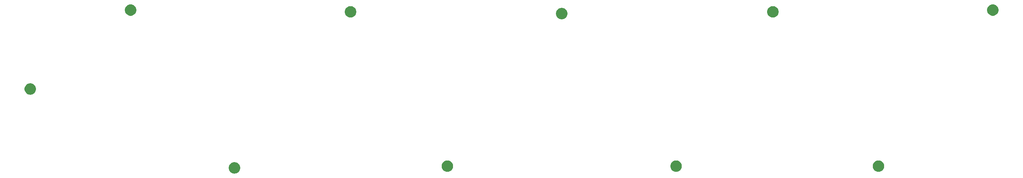
<source format=gbs>
G04 #@! TF.GenerationSoftware,KiCad,Pcbnew,(6.0.0-rc1-dev-1215-g431bdc7a3)*
G04 #@! TF.CreationDate,2018-12-02T19:35:25+01:00*
G04 #@! TF.ProjectId,wave,77617665-2e6b-4696-9361-645f70636258,rev?*
G04 #@! TF.SameCoordinates,Original*
G04 #@! TF.FileFunction,Soldermask,Bot*
G04 #@! TF.FilePolarity,Negative*
%FSLAX46Y46*%
G04 Gerber Fmt 4.6, Leading zero omitted, Abs format (unit mm)*
G04 Created by KiCad (PCBNEW (6.0.0-rc1-dev-1215-g431bdc7a3)) date 2018 December 02, Sunday 19:35:25*
%MOMM*%
%LPD*%
G01*
G04 APERTURE LIST*
%ADD10C,0.100000*%
G04 APERTURE END LIST*
D10*
G36*
X64965087Y19162884D02*
X65064970Y19143016D01*
X65347234Y19026099D01*
X65601265Y18856361D01*
X65817301Y18640325D01*
X65987039Y18386294D01*
X66103956Y18104030D01*
X66163560Y17804380D01*
X66163560Y17498860D01*
X66103956Y17199210D01*
X65987039Y16916946D01*
X65817301Y16662915D01*
X65601265Y16446879D01*
X65347234Y16277141D01*
X65064970Y16160224D01*
X64965087Y16140356D01*
X64765322Y16100620D01*
X64459798Y16100620D01*
X64260033Y16140356D01*
X64160150Y16160224D01*
X63877886Y16277141D01*
X63623855Y16446879D01*
X63407819Y16662915D01*
X63238081Y16916946D01*
X63121164Y17199210D01*
X63061560Y17498860D01*
X63061560Y17804380D01*
X63121164Y18104030D01*
X63238081Y18386294D01*
X63407819Y18640325D01*
X63623855Y18856361D01*
X63877886Y19026099D01*
X64160150Y19143016D01*
X64260033Y19162884D01*
X64459798Y19202620D01*
X64765322Y19202620D01*
X64965087Y19162884D01*
X64965087Y19162884D01*
G37*
G36*
X239272587Y19639134D02*
X239372470Y19619266D01*
X239654734Y19502349D01*
X239908765Y19332611D01*
X240124801Y19116575D01*
X240294539Y18862544D01*
X240411456Y18580280D01*
X240471060Y18280630D01*
X240471060Y17975110D01*
X240411456Y17675460D01*
X240294539Y17393196D01*
X240124801Y17139165D01*
X239908765Y16923129D01*
X239654734Y16753391D01*
X239372470Y16636474D01*
X239272587Y16616606D01*
X239072822Y16576870D01*
X238767298Y16576870D01*
X238567533Y16616606D01*
X238467650Y16636474D01*
X238185386Y16753391D01*
X237931355Y16923129D01*
X237715319Y17139165D01*
X237545581Y17393196D01*
X237428664Y17675460D01*
X237369060Y17975110D01*
X237369060Y18280630D01*
X237428664Y18580280D01*
X237545581Y18862544D01*
X237715319Y19116575D01*
X237931355Y19332611D01*
X238185386Y19502349D01*
X238467650Y19619266D01*
X238567533Y19639134D01*
X238767298Y19678870D01*
X239072822Y19678870D01*
X239272587Y19639134D01*
X239272587Y19639134D01*
G37*
G36*
X184503837Y19639134D02*
X184603720Y19619266D01*
X184885984Y19502349D01*
X185140015Y19332611D01*
X185356051Y19116575D01*
X185525789Y18862544D01*
X185642706Y18580280D01*
X185702310Y18280630D01*
X185702310Y17975110D01*
X185642706Y17675460D01*
X185525789Y17393196D01*
X185356051Y17139165D01*
X185140015Y16923129D01*
X184885984Y16753391D01*
X184603720Y16636474D01*
X184503837Y16616606D01*
X184304072Y16576870D01*
X183998548Y16576870D01*
X183798783Y16616606D01*
X183698900Y16636474D01*
X183416636Y16753391D01*
X183162605Y16923129D01*
X182946569Y17139165D01*
X182776831Y17393196D01*
X182659914Y17675460D01*
X182600310Y17975110D01*
X182600310Y18280630D01*
X182659914Y18580280D01*
X182776831Y18862544D01*
X182946569Y19116575D01*
X183162605Y19332611D01*
X183416636Y19502349D01*
X183698900Y19619266D01*
X183798783Y19639134D01*
X183998548Y19678870D01*
X184304072Y19678870D01*
X184503837Y19639134D01*
X184503837Y19639134D01*
G37*
G36*
X122591337Y19639134D02*
X122691220Y19619266D01*
X122973484Y19502349D01*
X123227515Y19332611D01*
X123443551Y19116575D01*
X123613289Y18862544D01*
X123730206Y18580280D01*
X123789810Y18280630D01*
X123789810Y17975110D01*
X123730206Y17675460D01*
X123613289Y17393196D01*
X123443551Y17139165D01*
X123227515Y16923129D01*
X122973484Y16753391D01*
X122691220Y16636474D01*
X122591337Y16616606D01*
X122391572Y16576870D01*
X122086048Y16576870D01*
X121886283Y16616606D01*
X121786400Y16636474D01*
X121504136Y16753391D01*
X121250105Y16923129D01*
X121034069Y17139165D01*
X120864331Y17393196D01*
X120747414Y17675460D01*
X120687810Y17975110D01*
X120687810Y18280630D01*
X120747414Y18580280D01*
X120864331Y18862544D01*
X121034069Y19116575D01*
X121250105Y19332611D01*
X121504136Y19502349D01*
X121786400Y19619266D01*
X121886283Y19639134D01*
X122086048Y19678870D01*
X122391572Y19678870D01*
X122591337Y19639134D01*
X122591337Y19639134D01*
G37*
G36*
X9720087Y40594134D02*
X9819970Y40574266D01*
X10102234Y40457349D01*
X10356265Y40287611D01*
X10572301Y40071575D01*
X10742039Y39817544D01*
X10858956Y39535280D01*
X10918560Y39235630D01*
X10918560Y38930110D01*
X10858956Y38630460D01*
X10742039Y38348196D01*
X10572301Y38094165D01*
X10356265Y37878129D01*
X10102234Y37708391D01*
X9819970Y37591474D01*
X9720087Y37571606D01*
X9520322Y37531870D01*
X9214798Y37531870D01*
X9015033Y37571606D01*
X8915150Y37591474D01*
X8632886Y37708391D01*
X8378855Y37878129D01*
X8162819Y38094165D01*
X7993081Y38348196D01*
X7876164Y38630460D01*
X7816560Y38930110D01*
X7816560Y39235630D01*
X7876164Y39535280D01*
X7993081Y39817544D01*
X8162819Y40071575D01*
X8378855Y40287611D01*
X8632886Y40457349D01*
X8915150Y40574266D01*
X9015033Y40594134D01*
X9214798Y40633870D01*
X9520322Y40633870D01*
X9720087Y40594134D01*
X9720087Y40594134D01*
G37*
G36*
X153547587Y61072884D02*
X153647470Y61053016D01*
X153929734Y60936099D01*
X154183765Y60766361D01*
X154399801Y60550325D01*
X154569539Y60296294D01*
X154686456Y60014030D01*
X154746060Y59714380D01*
X154746060Y59408860D01*
X154686456Y59109210D01*
X154569539Y58826946D01*
X154399801Y58572915D01*
X154183765Y58356879D01*
X153929734Y58187141D01*
X153647470Y58070224D01*
X153547587Y58050356D01*
X153347822Y58010620D01*
X153042298Y58010620D01*
X152842533Y58050356D01*
X152742650Y58070224D01*
X152460386Y58187141D01*
X152206355Y58356879D01*
X151990319Y58572915D01*
X151820581Y58826946D01*
X151703664Y59109210D01*
X151644060Y59408860D01*
X151644060Y59714380D01*
X151703664Y60014030D01*
X151820581Y60296294D01*
X151990319Y60550325D01*
X152206355Y60766361D01*
X152460386Y60936099D01*
X152742650Y61053016D01*
X152842533Y61072884D01*
X153042298Y61112620D01*
X153347822Y61112620D01*
X153547587Y61072884D01*
X153547587Y61072884D01*
G37*
G36*
X210697587Y61549134D02*
X210797470Y61529266D01*
X211079734Y61412349D01*
X211333765Y61242611D01*
X211549801Y61026575D01*
X211719539Y60772544D01*
X211836456Y60490280D01*
X211896060Y60190630D01*
X211896060Y59885110D01*
X211836456Y59585460D01*
X211719539Y59303196D01*
X211549801Y59049165D01*
X211333765Y58833129D01*
X211079734Y58663391D01*
X210797470Y58546474D01*
X210697587Y58526606D01*
X210497822Y58486870D01*
X210192298Y58486870D01*
X209992533Y58526606D01*
X209892650Y58546474D01*
X209610386Y58663391D01*
X209356355Y58833129D01*
X209140319Y59049165D01*
X208970581Y59303196D01*
X208853664Y59585460D01*
X208794060Y59885110D01*
X208794060Y60190630D01*
X208853664Y60490280D01*
X208970581Y60772544D01*
X209140319Y61026575D01*
X209356355Y61242611D01*
X209610386Y61412349D01*
X209892650Y61529266D01*
X209992533Y61549134D01*
X210192298Y61588870D01*
X210497822Y61588870D01*
X210697587Y61549134D01*
X210697587Y61549134D01*
G37*
G36*
X96397587Y61549134D02*
X96497470Y61529266D01*
X96779734Y61412349D01*
X97033765Y61242611D01*
X97249801Y61026575D01*
X97419539Y60772544D01*
X97536456Y60490280D01*
X97596060Y60190630D01*
X97596060Y59885110D01*
X97536456Y59585460D01*
X97419539Y59303196D01*
X97249801Y59049165D01*
X97033765Y58833129D01*
X96779734Y58663391D01*
X96497470Y58546474D01*
X96397587Y58526606D01*
X96197822Y58486870D01*
X95892298Y58486870D01*
X95692533Y58526606D01*
X95592650Y58546474D01*
X95310386Y58663391D01*
X95056355Y58833129D01*
X94840319Y59049165D01*
X94670581Y59303196D01*
X94553664Y59585460D01*
X94494060Y59885110D01*
X94494060Y60190630D01*
X94553664Y60490280D01*
X94670581Y60772544D01*
X94840319Y61026575D01*
X95056355Y61242611D01*
X95310386Y61412349D01*
X95592650Y61529266D01*
X95692533Y61549134D01*
X95892298Y61588870D01*
X96197822Y61588870D01*
X96397587Y61549134D01*
X96397587Y61549134D01*
G37*
G36*
X270228837Y62025384D02*
X270328720Y62005516D01*
X270610984Y61888599D01*
X270865015Y61718861D01*
X271081051Y61502825D01*
X271250789Y61248794D01*
X271367706Y60966530D01*
X271427310Y60666880D01*
X271427310Y60361360D01*
X271367706Y60061710D01*
X271250789Y59779446D01*
X271081051Y59525415D01*
X270865015Y59309379D01*
X270610984Y59139641D01*
X270328720Y59022724D01*
X270228837Y59002856D01*
X270029072Y58963120D01*
X269723548Y58963120D01*
X269523783Y59002856D01*
X269423900Y59022724D01*
X269141636Y59139641D01*
X268887605Y59309379D01*
X268671569Y59525415D01*
X268501831Y59779446D01*
X268384914Y60061710D01*
X268325310Y60361360D01*
X268325310Y60666880D01*
X268384914Y60966530D01*
X268501831Y61248794D01*
X268671569Y61502825D01*
X268887605Y61718861D01*
X269141636Y61888599D01*
X269423900Y62005516D01*
X269523783Y62025384D01*
X269723548Y62065120D01*
X270029072Y62065120D01*
X270228837Y62025384D01*
X270228837Y62025384D01*
G37*
G36*
X36866337Y62025384D02*
X36966220Y62005516D01*
X37248484Y61888599D01*
X37502515Y61718861D01*
X37718551Y61502825D01*
X37888289Y61248794D01*
X38005206Y60966530D01*
X38064810Y60666880D01*
X38064810Y60361360D01*
X38005206Y60061710D01*
X37888289Y59779446D01*
X37718551Y59525415D01*
X37502515Y59309379D01*
X37248484Y59139641D01*
X36966220Y59022724D01*
X36866337Y59002856D01*
X36666572Y58963120D01*
X36361048Y58963120D01*
X36161283Y59002856D01*
X36061400Y59022724D01*
X35779136Y59139641D01*
X35525105Y59309379D01*
X35309069Y59525415D01*
X35139331Y59779446D01*
X35022414Y60061710D01*
X34962810Y60361360D01*
X34962810Y60666880D01*
X35022414Y60966530D01*
X35139331Y61248794D01*
X35309069Y61502825D01*
X35525105Y61718861D01*
X35779136Y61888599D01*
X36061400Y62005516D01*
X36161283Y62025384D01*
X36361048Y62065120D01*
X36666572Y62065120D01*
X36866337Y62025384D01*
X36866337Y62025384D01*
G37*
M02*

</source>
